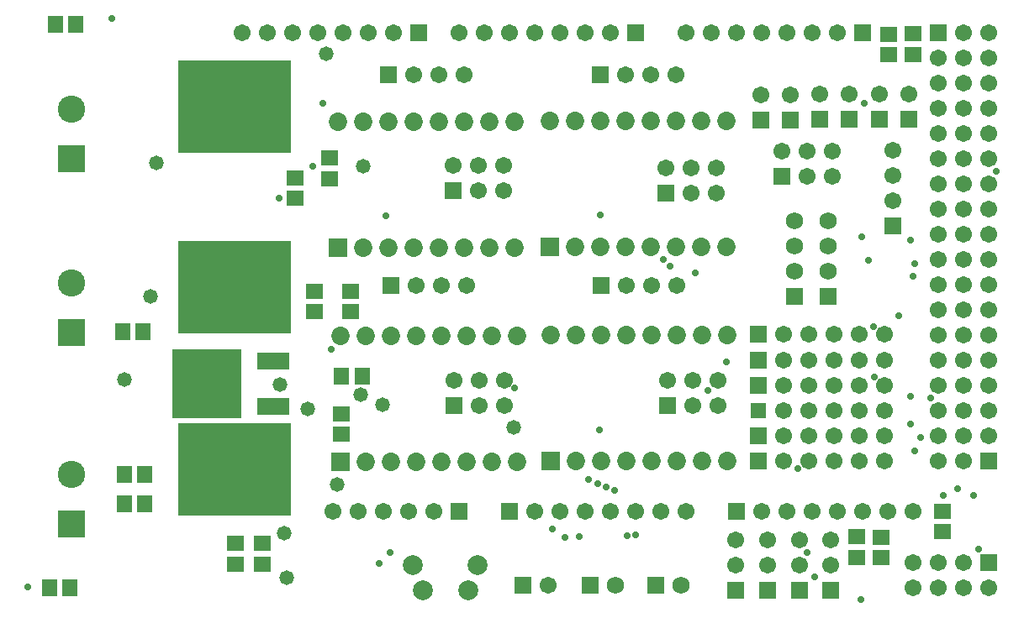
<source format=gbs>
G04*
G04 #@! TF.GenerationSoftware,Altium Limited,Altium Designer,18.0.12 (696)*
G04*
G04 Layer_Color=16711935*
%FSLAX25Y25*%
%MOIN*%
G70*
G01*
G75*
%ADD21R,0.06312X0.06706*%
%ADD22R,0.06706X0.06312*%
%ADD28C,0.07296*%
%ADD29R,0.07296X0.07296*%
%ADD30C,0.07887*%
%ADD31R,0.06800X0.06800*%
%ADD32C,0.06800*%
%ADD33R,0.06706X0.06706*%
%ADD34C,0.06706*%
%ADD35R,0.06706X0.06706*%
%ADD36R,0.10800X0.10800*%
%ADD37C,0.10800*%
%ADD38R,0.06300X0.06300*%
%ADD39R,0.06800X0.06800*%
%ADD40C,0.02769*%
%ADD41C,0.05800*%
%ADD64R,0.45000X0.37000*%
%ADD65R,0.45100X0.37000*%
%ADD66R,0.12611X0.07099*%
%ADD67R,0.27178X0.27178*%
D21*
X-352500Y108900D02*
D03*
X-344400D02*
D03*
X-381500Y7200D02*
D03*
X-373400D02*
D03*
X-257500Y91200D02*
D03*
X-265600D02*
D03*
X-371000Y230600D02*
D03*
X-379100D02*
D03*
X-343700Y40500D02*
D03*
X-351800D02*
D03*
X-343700Y52100D02*
D03*
X-351800D02*
D03*
D22*
X-276400Y124900D02*
D03*
Y116800D02*
D03*
X-262100Y124900D02*
D03*
Y116800D02*
D03*
X-48700Y226900D02*
D03*
Y218800D02*
D03*
X-38900Y227000D02*
D03*
Y218900D02*
D03*
X-27300Y29400D02*
D03*
Y37500D02*
D03*
X-51700Y19100D02*
D03*
Y27200D02*
D03*
X-61400Y19200D02*
D03*
Y27300D02*
D03*
X-265800Y68100D02*
D03*
Y76200D02*
D03*
X-270300Y177600D02*
D03*
Y169500D02*
D03*
X-283900Y161700D02*
D03*
Y169800D02*
D03*
X-307700Y24600D02*
D03*
Y16500D02*
D03*
X-297000Y24600D02*
D03*
Y16500D02*
D03*
D28*
X-153000Y142300D02*
D03*
Y192300D02*
D03*
X-143000Y142300D02*
D03*
X-133000D02*
D03*
X-123000D02*
D03*
X-113000D02*
D03*
X-163000D02*
D03*
X-173000D02*
D03*
X-163000Y192300D02*
D03*
X-173000D02*
D03*
X-183000D02*
D03*
X-143000D02*
D03*
X-133000D02*
D03*
X-123000D02*
D03*
X-113000D02*
D03*
X-196200Y107200D02*
D03*
X-206200D02*
D03*
X-216200D02*
D03*
X-226200D02*
D03*
X-266200D02*
D03*
X-256200D02*
D03*
X-246200D02*
D03*
X-256200Y57200D02*
D03*
X-246200D02*
D03*
X-196200D02*
D03*
X-206200D02*
D03*
X-216200D02*
D03*
X-226200D02*
D03*
X-236200Y107200D02*
D03*
Y57200D02*
D03*
X-197000Y192200D02*
D03*
X-207000D02*
D03*
X-217000D02*
D03*
X-227000D02*
D03*
X-267000D02*
D03*
X-257000D02*
D03*
X-247000D02*
D03*
X-257000Y142200D02*
D03*
X-247000D02*
D03*
X-197000D02*
D03*
X-207000D02*
D03*
X-217000D02*
D03*
X-227000D02*
D03*
X-237000Y192200D02*
D03*
Y142200D02*
D03*
X-112800Y107300D02*
D03*
X-122800D02*
D03*
X-132800D02*
D03*
X-142800D02*
D03*
X-182800D02*
D03*
X-172800D02*
D03*
X-162800D02*
D03*
X-172800Y57300D02*
D03*
X-162800D02*
D03*
X-112800D02*
D03*
X-122800D02*
D03*
X-132800D02*
D03*
X-142800D02*
D03*
X-152800Y107300D02*
D03*
Y57300D02*
D03*
D29*
X-183000Y142300D02*
D03*
X-266200Y57200D02*
D03*
X-267000Y142200D02*
D03*
X-182800Y57300D02*
D03*
D30*
X-211746Y16043D02*
D03*
X-237337D02*
D03*
X-215290Y6200D02*
D03*
X-233400D02*
D03*
D31*
X-141100Y8200D02*
D03*
X-167100D02*
D03*
D32*
X-131100D02*
D03*
X-157100D02*
D03*
X-72600Y152900D02*
D03*
Y142900D02*
D03*
Y132900D02*
D03*
X-86100Y152900D02*
D03*
Y142900D02*
D03*
Y132900D02*
D03*
D33*
X-193700Y8100D02*
D03*
X-9100Y16950D02*
D03*
X-235200Y227450D02*
D03*
X-219200Y37450D02*
D03*
X-91100Y170500D02*
D03*
X-149200Y227450D02*
D03*
X-199200Y37450D02*
D03*
X-59200Y227450D02*
D03*
X-109200Y37450D02*
D03*
X-220900Y79400D02*
D03*
X-137000Y163600D02*
D03*
X-221500Y164600D02*
D03*
X-246200Y127200D02*
D03*
X-163000Y210600D02*
D03*
X-247000Y210700D02*
D03*
X-100400Y107600D02*
D03*
Y97500D02*
D03*
Y87400D02*
D03*
Y67300D02*
D03*
Y57300D02*
D03*
X-136400Y79300D02*
D03*
X-162800Y127200D02*
D03*
D34*
X-183700Y8100D02*
D03*
X-39100Y6950D02*
D03*
Y16950D02*
D03*
X-29100Y6950D02*
D03*
Y16950D02*
D03*
X-19100Y6950D02*
D03*
Y16950D02*
D03*
X-9100Y6950D02*
D03*
X-19200Y57450D02*
D03*
X-29200D02*
D03*
X-19200Y67450D02*
D03*
X-29200D02*
D03*
X-19200Y77450D02*
D03*
X-29200D02*
D03*
X-19200Y87450D02*
D03*
X-29200D02*
D03*
X-19200Y97450D02*
D03*
X-29200D02*
D03*
X-19200Y107450D02*
D03*
X-29200D02*
D03*
X-19200Y117450D02*
D03*
X-29200D02*
D03*
X-19200Y127450D02*
D03*
X-29200D02*
D03*
X-19200Y137450D02*
D03*
X-29200D02*
D03*
X-19200Y147450D02*
D03*
X-29200D02*
D03*
X-19200Y157450D02*
D03*
X-29200D02*
D03*
X-19200Y167450D02*
D03*
X-29200D02*
D03*
X-19200Y177450D02*
D03*
X-29200D02*
D03*
X-19200Y187450D02*
D03*
X-29200D02*
D03*
X-19200Y197450D02*
D03*
X-29200D02*
D03*
X-19200Y207450D02*
D03*
X-29200D02*
D03*
X-19200Y217450D02*
D03*
X-29200D02*
D03*
X-19200Y227450D02*
D03*
X-9200D02*
D03*
Y217450D02*
D03*
Y207450D02*
D03*
Y197450D02*
D03*
Y187450D02*
D03*
Y177450D02*
D03*
Y167450D02*
D03*
Y157450D02*
D03*
Y147450D02*
D03*
Y137450D02*
D03*
Y127450D02*
D03*
Y117450D02*
D03*
Y107450D02*
D03*
Y97450D02*
D03*
Y87450D02*
D03*
Y77450D02*
D03*
Y67450D02*
D03*
X-109400Y16200D02*
D03*
Y26200D02*
D03*
X-96800Y16200D02*
D03*
Y26200D02*
D03*
X-84200Y16100D02*
D03*
Y26100D02*
D03*
X-71600Y16200D02*
D03*
Y26200D02*
D03*
X-40600Y203200D02*
D03*
X-52500Y203100D02*
D03*
X-64300D02*
D03*
X-76000Y203000D02*
D03*
X-87700Y202900D02*
D03*
X-99400D02*
D03*
X-245200Y227450D02*
D03*
X-255200D02*
D03*
X-265200D02*
D03*
X-275200D02*
D03*
X-285200D02*
D03*
X-295200D02*
D03*
X-305200D02*
D03*
X-229200Y37450D02*
D03*
X-239200D02*
D03*
X-249200D02*
D03*
X-259200D02*
D03*
X-269200D02*
D03*
X-47200Y180900D02*
D03*
Y170900D02*
D03*
Y160900D02*
D03*
X-91100Y180500D02*
D03*
X-81100Y170500D02*
D03*
Y180500D02*
D03*
X-71100Y170500D02*
D03*
Y180500D02*
D03*
X-159200Y227450D02*
D03*
X-169200D02*
D03*
X-179200D02*
D03*
X-189200D02*
D03*
X-199200D02*
D03*
X-209200D02*
D03*
X-219200D02*
D03*
X-189200Y37450D02*
D03*
X-179200D02*
D03*
X-169200D02*
D03*
X-159200D02*
D03*
X-149200D02*
D03*
X-139200D02*
D03*
X-129200D02*
D03*
X-69200Y227450D02*
D03*
X-79200D02*
D03*
X-89200D02*
D03*
X-99200D02*
D03*
X-109200D02*
D03*
X-119200D02*
D03*
X-129200D02*
D03*
X-99200Y37450D02*
D03*
X-89200D02*
D03*
X-79200D02*
D03*
X-69200D02*
D03*
X-59200D02*
D03*
X-49200D02*
D03*
X-39200D02*
D03*
X-220900Y89400D02*
D03*
X-210900Y79400D02*
D03*
Y89400D02*
D03*
X-200900Y79400D02*
D03*
Y89400D02*
D03*
X-137000Y173600D02*
D03*
X-127000Y163600D02*
D03*
Y173600D02*
D03*
X-117000Y163600D02*
D03*
Y173600D02*
D03*
X-221500Y174600D02*
D03*
X-211500Y164600D02*
D03*
Y174600D02*
D03*
X-201500Y164600D02*
D03*
Y174600D02*
D03*
X-216200Y127200D02*
D03*
X-226200D02*
D03*
X-236200D02*
D03*
X-133000Y210600D02*
D03*
X-143000D02*
D03*
X-153000D02*
D03*
X-217000Y210700D02*
D03*
X-227000D02*
D03*
X-237000D02*
D03*
X-90400Y107600D02*
D03*
X-80400D02*
D03*
X-70400D02*
D03*
X-60400D02*
D03*
X-50400D02*
D03*
X-90400Y97500D02*
D03*
X-80400D02*
D03*
X-70400D02*
D03*
X-60400D02*
D03*
X-50400D02*
D03*
X-90400Y87400D02*
D03*
X-80400D02*
D03*
X-70400D02*
D03*
X-60400D02*
D03*
X-50400D02*
D03*
X-90400Y77300D02*
D03*
X-80400D02*
D03*
X-70400D02*
D03*
X-60400D02*
D03*
X-50400D02*
D03*
X-90400Y67300D02*
D03*
X-80400D02*
D03*
X-70400D02*
D03*
X-60400D02*
D03*
X-50400D02*
D03*
X-90400Y57300D02*
D03*
X-80400D02*
D03*
X-70400D02*
D03*
X-60400D02*
D03*
X-50400D02*
D03*
X-136400Y89300D02*
D03*
X-126400Y79300D02*
D03*
Y89300D02*
D03*
X-116400Y79300D02*
D03*
Y89300D02*
D03*
X-132800Y127200D02*
D03*
X-142800D02*
D03*
X-152800D02*
D03*
D35*
X-29200Y227450D02*
D03*
X-9200Y57450D02*
D03*
X-109400Y6200D02*
D03*
X-96800D02*
D03*
X-84200Y6100D02*
D03*
X-71600Y6200D02*
D03*
X-40600Y193200D02*
D03*
X-52500Y193100D02*
D03*
X-64300D02*
D03*
X-76000Y193000D02*
D03*
X-87700Y192900D02*
D03*
X-99400D02*
D03*
X-47200Y150900D02*
D03*
D36*
X-372700Y177400D02*
D03*
X-372600Y32300D02*
D03*
Y108500D02*
D03*
D37*
X-372700Y197085D02*
D03*
X-372600Y51985D02*
D03*
Y128185D02*
D03*
D38*
X-100400Y77300D02*
D03*
D39*
X-72600Y122900D02*
D03*
X-86100D02*
D03*
D40*
X-390000Y7400D02*
D03*
X-113200Y96700D02*
D03*
X-197000Y86300D02*
D03*
X-152400Y27800D02*
D03*
X-272900Y199300D02*
D03*
X-250700Y16800D02*
D03*
X-40200Y83100D02*
D03*
X-54300Y90900D02*
D03*
X-54600Y110900D02*
D03*
X-56800Y137000D02*
D03*
X-59400Y146500D02*
D03*
X-125500Y132200D02*
D03*
X-290400Y161900D02*
D03*
X-15000Y43800D02*
D03*
X-31900Y82300D02*
D03*
X-356700Y233200D02*
D03*
X-59800Y2300D02*
D03*
X-38400Y61300D02*
D03*
X-40000Y72100D02*
D03*
X-44600Y115100D02*
D03*
X-39000Y130800D02*
D03*
X-246300Y21000D02*
D03*
X-269700Y101900D02*
D03*
X-58400Y199400D02*
D03*
X-81000Y21100D02*
D03*
X-176900Y27100D02*
D03*
X-171400Y27300D02*
D03*
X-149100Y28100D02*
D03*
X-160600Y47100D02*
D03*
X-157300Y45600D02*
D03*
X-164100Y48500D02*
D03*
X-167600Y50100D02*
D03*
X-182200Y30450D02*
D03*
X-78000Y11400D02*
D03*
X-120353Y85353D02*
D03*
X-27000Y43700D02*
D03*
X-36200Y66900D02*
D03*
X-6200Y172500D02*
D03*
X-13200Y22300D02*
D03*
X-21300Y46400D02*
D03*
X-277100Y174500D02*
D03*
X-137900Y137400D02*
D03*
X-135400Y134800D02*
D03*
X-40100Y145100D02*
D03*
X-38300Y135700D02*
D03*
X-163200Y155200D02*
D03*
X-163300Y69800D02*
D03*
X-247900Y154800D02*
D03*
X-84800Y54400D02*
D03*
D41*
X-197400Y70900D02*
D03*
X-290300Y184200D02*
D03*
X-297300D02*
D03*
X-304300D02*
D03*
X-311300D02*
D03*
X-318300D02*
D03*
X-325300D02*
D03*
X-290300Y191200D02*
D03*
X-297300D02*
D03*
X-304300D02*
D03*
X-311300D02*
D03*
X-318300D02*
D03*
X-325300D02*
D03*
X-290300Y198200D02*
D03*
X-297300D02*
D03*
X-304300D02*
D03*
X-311300D02*
D03*
X-318300D02*
D03*
X-325300D02*
D03*
X-290300Y205200D02*
D03*
X-297300D02*
D03*
X-304300D02*
D03*
X-311300D02*
D03*
X-318300D02*
D03*
X-325300D02*
D03*
X-290300Y212200D02*
D03*
X-297300D02*
D03*
X-304300D02*
D03*
X-311300D02*
D03*
X-318300D02*
D03*
X-325300D02*
D03*
X-290200Y112400D02*
D03*
X-297200D02*
D03*
X-304200D02*
D03*
X-311200D02*
D03*
X-318200D02*
D03*
X-325200D02*
D03*
X-290200Y119400D02*
D03*
X-297200D02*
D03*
X-304200D02*
D03*
X-311200D02*
D03*
X-318200D02*
D03*
X-325200D02*
D03*
X-290200Y126400D02*
D03*
X-297200D02*
D03*
X-304200D02*
D03*
X-311200D02*
D03*
X-318200D02*
D03*
X-325200D02*
D03*
X-290200Y133400D02*
D03*
X-297200D02*
D03*
X-304200D02*
D03*
X-311200D02*
D03*
X-318200D02*
D03*
X-325200D02*
D03*
X-290200Y140400D02*
D03*
X-297200D02*
D03*
X-304200D02*
D03*
X-311200D02*
D03*
X-318200D02*
D03*
X-325200D02*
D03*
X-325500Y68100D02*
D03*
X-318500D02*
D03*
X-311500D02*
D03*
X-304500D02*
D03*
X-297500D02*
D03*
X-290500D02*
D03*
X-325500Y61100D02*
D03*
X-318500D02*
D03*
X-311500D02*
D03*
X-304500D02*
D03*
X-297500D02*
D03*
X-290500D02*
D03*
X-325500Y54100D02*
D03*
X-318500D02*
D03*
X-311500D02*
D03*
X-304500D02*
D03*
X-297500D02*
D03*
X-290500D02*
D03*
X-325500Y47100D02*
D03*
X-318500D02*
D03*
X-311500D02*
D03*
X-304500D02*
D03*
X-297500D02*
D03*
X-290500D02*
D03*
X-325500Y40100D02*
D03*
X-318500D02*
D03*
X-311500D02*
D03*
X-304500D02*
D03*
X-297500D02*
D03*
X-290500D02*
D03*
X-258000Y83600D02*
D03*
X-249400Y79800D02*
D03*
X-288500Y28600D02*
D03*
X-287300Y11100D02*
D03*
X-279200Y78200D02*
D03*
X-341500Y122600D02*
D03*
X-267500Y48100D02*
D03*
X-290100Y87800D02*
D03*
X-271700Y219100D02*
D03*
X-351800Y89600D02*
D03*
X-339200Y175600D02*
D03*
X-257000Y174400D02*
D03*
D64*
X-308200Y198000D02*
D03*
Y54000D02*
D03*
D65*
X-308150Y126300D02*
D03*
D66*
X-292719Y78945D02*
D03*
Y97055D02*
D03*
D67*
X-318900Y88000D02*
D03*
M02*

</source>
